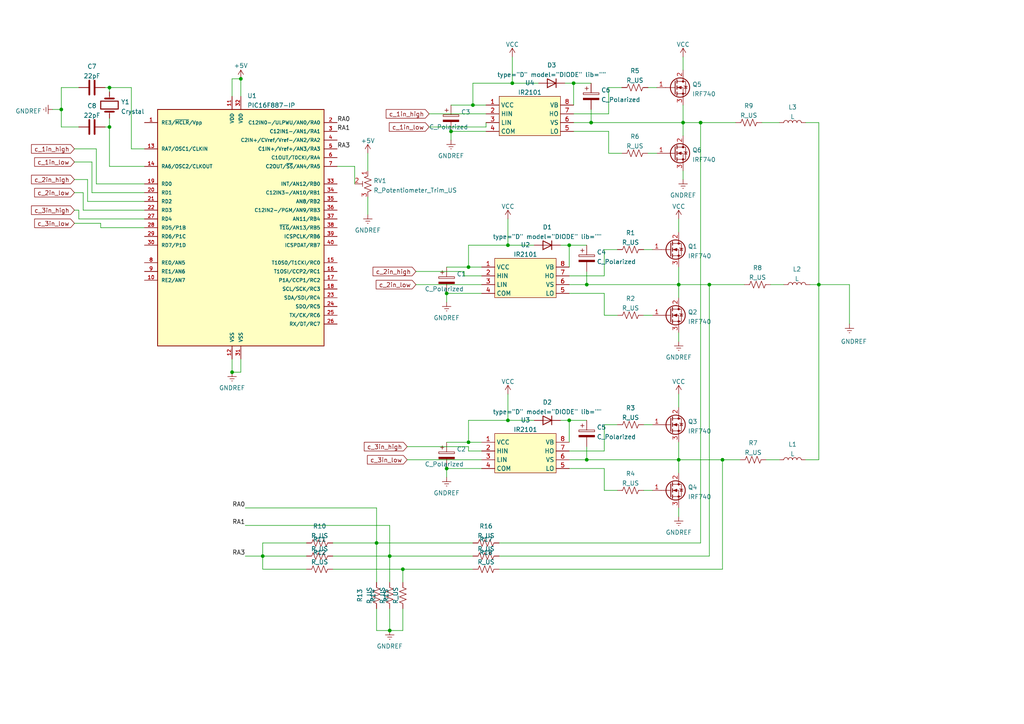
<source format=kicad_sch>
(kicad_sch (version 20211123) (generator eeschema)
  (paper "A4")
  (lib_symbols
    (symbol "Device:C" (pin_numbers hide) (pin_names (offset 0.254))
      (property "Reference" "C" (at 0.635 2.54 0))
      (property "Value" "C" (at 0.635 -2.54 0))
      (symbol "C_0_1"
        (polyline (pts (xy -2.032 -0.762) (xy 2.032 -0.762)) (stroke (width 0.508)))
        (polyline (pts (xy -2.032 0.762) (xy 2.032 0.762)) (stroke (width 0.508)))
      )
      (symbol "C_1_1"
        (pin passive line (at 0 3.81 270) (length 2.794) (name "~") (number "1"))
        (pin passive line (at 0 -3.81 90) (length 2.794) (name "~") (number "2"))
      )
    )
    (symbol "Device:C_Polarized" (pin_numbers hide) (pin_names (offset 0.254))
      (property "Reference" "C" (at 0.635 2.54 0))
      (property "Value" "C_Polarized" (at 0.635 -2.54 0))
      (symbol "C_Polarized_0_1"
        (rectangle (start -2.286 0.508) (end 2.286 1.016))
        (polyline (pts (xy -1.778 2.286) (xy -0.762 2.286)))
        (polyline (pts (xy -1.27 2.794) (xy -1.27 1.778)))
        (rectangle (start 2.286 -0.508) (end -2.286 -1.016) (fill (type outline)))
      )
      (symbol "C_Polarized_1_1"
        (pin passive line (at 0 3.81 270) (length 2.794) (name "~") (number "1"))
        (pin passive line (at 0 -3.81 90) (length 2.794) (name "~") (number "2"))
      )
    )
    (symbol "Device:Crystal" (pin_numbers hide) (pin_names (offset 1.016) hide)
      (property "Reference" "Y" (at 0 3.81 0))
      (property "Value" "Crystal" (at 0 -3.81 0))
      (symbol "Crystal_0_1"
        (rectangle (start -1.143 2.54) (end 1.143 -2.54) (stroke (width 0.3048)))
        (polyline (pts (xy -2.54 0) (xy -1.905 0)))
        (polyline (pts (xy -1.905 -1.27) (xy -1.905 1.27)) (stroke (width 0.508)))
        (polyline (pts (xy 1.905 -1.27) (xy 1.905 1.27)) (stroke (width 0.508)))
        (polyline (pts (xy 2.54 0) (xy 1.905 0)))
      )
      (symbol "Crystal_1_1"
        (pin passive line (at -3.81 0 0) (length 1.27) (name "1") (number "1"))
        (pin passive line (at 3.81 0 180) (length 1.27) (name "2") (number "2"))
      )
    )
    (symbol "Device:L" (pin_numbers hide) (pin_names (offset 1.016) hide)
      (property "Reference" "L" (at -1.27 0 90))
      (property "Value" "L" (at 1.905 0 90))
      (symbol "L_0_1"
        (arc (start 0 -2.54) (mid 0.635 -1.905) (end 0 -1.27))
        (arc (start 0 -1.27) (mid 0.635 -0.635) (end 0 0))
        (arc (start 0 0) (mid 0.635 0.635) (end 0 1.27))
        (arc (start 0 1.27) (mid 0.635 1.905) (end 0 2.54))
      )
      (symbol "L_1_1"
        (pin passive line (at 0 3.81 270) (length 1.27) (name "1") (number "1"))
        (pin passive line (at 0 -3.81 90) (length 1.27) (name "2") (number "2"))
      )
    )
    (symbol "Device:R_Potentiometer_Trim_US" (pin_names (offset 1.016) hide)
      (property "Reference" "RV" (at -4.445 0 90))
      (property "Value" "R_Potentiometer_Trim_US" (at -2.54 0 90))
      (symbol "R_Potentiometer_Trim_US_0_1"
        (polyline (pts (xy 0 -2.286) (xy 0 -2.54)))
        (polyline (pts (xy 0 2.286) (xy 0 2.54)))
        (polyline (pts (xy 1.524 0.762) (xy 1.524 -0.762)))
        (polyline (pts (xy 2.54 0) (xy 1.524 0)))
        (polyline (pts (xy 0 -0.762) (xy 1.016 -1.143) (xy 0 -1.524) (xy -1.016 -1.905) (xy 0 -2.286)))
        (polyline (pts (xy 0 0.762) (xy 1.016 0.381) (xy 0 0) (xy -1.016 -0.381) (xy 0 -0.762)))
        (polyline (pts (xy 0 2.286) (xy 1.016 1.905) (xy 0 1.524) (xy -1.016 1.143) (xy 0 0.762)))
      )
      (symbol "R_Potentiometer_Trim_US_1_1"
        (pin passive line (at 0 3.81 270) (length 1.27) (name "1") (number "1"))
        (pin passive line (at 3.81 0 180) (length 1.27) (name "2") (number "2"))
        (pin passive line (at 0 -3.81 90) (length 1.27) (name "3") (number "3"))
      )
    )
    (symbol "Device:R_US" (pin_numbers hide) (pin_names (offset 0))
      (property "Reference" "R" (at 2.54 0 90))
      (property "Value" "R_US" (at -2.54 0 90))
      (symbol "R_US_0_1"
        (polyline (pts (xy 0 -2.286) (xy 0 -2.54)))
        (polyline (pts (xy 0 2.286) (xy 0 2.54)))
        (polyline (pts (xy 0 -0.762) (xy 1.016 -1.143) (xy 0 -1.524) (xy -1.016 -1.905) (xy 0 -2.286)))
        (polyline (pts (xy 0 0.762) (xy 1.016 0.381) (xy 0 0) (xy -1.016 -0.381) (xy 0 -0.762)))
        (polyline (pts (xy 0 2.286) (xy 1.016 1.905) (xy 0 1.524) (xy -1.016 1.143) (xy 0 0.762)))
      )
      (symbol "R_US_1_1"
        (pin passive line (at 0 3.81 270) (length 1.27) (name "~") (number "1"))
        (pin passive line (at 0 -3.81 90) (length 1.27) (name "~") (number "2"))
      )
    )
    (symbol "IR2101_1"
      (property "Reference" "U" (at 11.43 13.97 0))
      (property "Value" "IR2101_1" (at 2.54 0 0))
      (symbol "IR2101_1_0_0"
        (pin input line (at -5.08 2.54 0) (length 3.81) (name "COM") (number "4"))
        (pin input line (at 20.32 2.54 180) (length 3.81) (name "LO") (number "5"))
      )
      (symbol "IR2101_1_0_1"
        (rectangle (start -1.27 12.7) (end 16.51 1.27) (stroke (width 0.1524)) (fill (type background)))
      )
      (symbol "IR2101_1_1_1"
        (pin power_in line (at -5.08 10.16 0) (length 3.81) (name "VCC") (number "1"))
        (pin input line (at -5.08 7.62 0) (length 3.81) (name "HIN") (number "2"))
        (pin input line (at -5.08 5.08 0) (length 3.81) (name "LIN") (number "3"))
        (pin input line (at 20.32 5.08 180) (length 3.81) (name "VS") (number "6"))
        (pin input line (at 20.32 7.62 180) (length 3.81) (name "HO") (number "7"))
        (pin output line (at 20.32 10.16 180) (length 3.81) (name "VB") (number "8"))
      )
    )
    (symbol "MCU_Microchip_PIC16:PIC16F887-IP" (pin_names (offset 1.016))
      (property "Reference" "U" (at 6.35 38.1 0))
      (property "Value" "PIC16F887-IP" (at 6.35 35.56 0))
      (symbol "PIC16F887-IP_0_1"
        (rectangle (start -24.13 -34.29) (end 24.13 34.29) (stroke (width 0.254)) (fill (type background)))
      )
      (symbol "PIC16F887-IP_1_1"
        (pin input line (at -27.94 30.48 0) (length 3.81) (name "RE3/~{MCLR}/Vpp") (number "1"))
        (pin bidirectional line (at -27.94 -15.24 0) (length 3.81) (name "RE2/AN7") (number "10"))
        (pin power_in line (at -2.54 38.1 270) (length 3.81) (name "VDD") (number "11"))
        (pin power_in line (at -2.54 -38.1 90) (length 3.81) (name "VSS") (number "12"))
        (pin bidirectional line (at -27.94 22.86 0) (length 3.81) (name "RA7/OSC1/CLKIN") (number "13"))
        (pin bidirectional line (at -27.94 17.78 0) (length 3.81) (name "RA6/OSC2/CLKOUT") (number "14"))
        (pin bidirectional line (at 27.94 -10.16 180) (length 3.81) (name "T10S0/T1CKI/RC0") (number "15"))
        (pin bidirectional line (at 27.94 -12.7 180) (length 3.81) (name "T1OSI/CCP2/RC1") (number "16"))
        (pin bidirectional line (at 27.94 -15.24 180) (length 3.81) (name "P1A/CCP1/RC2") (number "17"))
        (pin bidirectional line (at 27.94 -17.78 180) (length 3.81) (name "SCL/SCK/RC3") (number "18"))
        (pin bidirectional line (at -27.94 12.7 0) (length 3.81) (name "RD0") (number "19"))
        (pin bidirectional line (at 27.94 30.48 180) (length 3.81) (name "C12IN0-/ULPWU/AN0/RA0") (number "2"))
        (pin bidirectional line (at -27.94 10.16 0) (length 3.81) (name "RD1") (number "20"))
        (pin bidirectional line (at -27.94 7.62 0) (length 3.81) (name "RD2") (number "21"))
        (pin bidirectional line (at -27.94 5.08 0) (length 3.81) (name "RD3") (number "22"))
        (pin bidirectional line (at 27.94 -20.32 180) (length 3.81) (name "SDA/SDI/RC4") (number "23"))
        (pin bidirectional line (at 27.94 -22.86 180) (length 3.81) (name "SDO/RC5") (number "24"))
        (pin bidirectional line (at 27.94 -25.4 180) (length 3.81) (name "TX/CK/RC6") (number "25"))
        (pin bidirectional line (at 27.94 -27.94 180) (length 3.81) (name "RX/DT/RC7") (number "26"))
        (pin bidirectional line (at -27.94 2.54 0) (length 3.81) (name "RD4") (number "27"))
        (pin bidirectional line (at -27.94 0 0) (length 3.81) (name "RD5/P1B") (number "28"))
        (pin bidirectional line (at -27.94 -2.54 0) (length 3.81) (name "RD6/P1C") (number "29"))
        (pin bidirectional line (at 27.94 27.94 180) (length 3.81) (name "C12IN1-/AN1/RA1") (number "3"))
        (pin bidirectional line (at -27.94 -5.08 0) (length 3.81) (name "RD7/P1D") (number "30"))
        (pin power_in line (at 0 -38.1 90) (length 3.81) (name "VSS") (number "31"))
        (pin power_in line (at 0 38.1 270) (length 3.81) (name "VDD") (number "32"))
        (pin bidirectional line (at 27.94 12.7 180) (length 3.81) (name "INT/AN12/RB0") (number "33"))
        (pin bidirectional line (at 27.94 10.16 180) (length 3.81) (name "C12IN3-/AN10/RB1") (number "34"))
        (pin bidirectional line (at 27.94 7.62 180) (length 3.81) (name "AN8/RB2") (number "35"))
        (pin bidirectional line (at 27.94 5.08 180) (length 3.81) (name "C12IN2-/PGM/AN9/RB3") (number "36"))
        (pin bidirectional line (at 27.94 2.54 180) (length 3.81) (name "AN11/RB4") (number "37"))
        (pin bidirectional line (at 27.94 0 180) (length 3.81) (name "~{T1G}/AN13/RB5") (number "38"))
        (pin bidirectional line (at 27.94 -2.54 180) (length 3.81) (name "ICSPCLK/RB6") (number "39"))
        (pin bidirectional line (at 27.94 25.4 180) (length 3.81) (name "C2IN+/CVref/Vref-/AN2/RA2") (number "4"))
        (pin bidirectional line (at 27.94 -5.08 180) (length 3.81) (name "ICSPDAT/RB7") (number "40"))
        (pin bidirectional line (at 27.94 22.86 180) (length 3.81) (name "C1IN+/Vref+/AN3/RA3") (number "5"))
        (pin bidirectional line (at 27.94 20.32 180) (length 3.81) (name "C1OUT/T0CKI/RA4") (number "6"))
        (pin bidirectional line (at 27.94 17.78 180) (length 3.81) (name "C2OUT/~{SS}/AN4/RA5") (number "7"))
        (pin bidirectional line (at -27.94 -10.16 0) (length 3.81) (name "RE0/AN5") (number "8"))
        (pin bidirectional line (at -27.94 -12.7 0) (length 3.81) (name "RE1/AN6") (number "9"))
      )
    )
    (symbol "Simulation_SPICE:DIODE" (pin_numbers hide) (pin_names (offset 1.016) hide)
      (property "Reference" "D" (at 0 2.54 0))
      (property "Value" "DIODE" (at 0 -2.54 0))
      (symbol "DIODE_0_1"
        (polyline (pts (xy 1.27 0) (xy -1.27 0)))
        (polyline (pts (xy 1.27 1.27) (xy 1.27 -1.27)) (stroke (width 0.254)))
        (polyline (pts (xy -1.27 -1.27) (xy -1.27 1.27) (xy 1.27 0) (xy -1.27 -1.27)) (stroke (width 0.254)))
      )
      (symbol "DIODE_1_1"
        (pin passive line (at -3.81 0 0) (length 2.54) (name "A") (number "1"))
        (pin passive line (at 3.81 0 180) (length 2.54) (name "K") (number "2"))
      )
    )
    (symbol "Transistor_FET:IRF740" (pin_names hide)
      (property "Reference" "Q" (at 6.35 1.905 0))
      (property "Value" "IRF740" (at 6.35 0 0))
      (symbol "IRF740_0_1"
        (polyline (pts (xy 0.254 0) (xy -2.54 0)))
        (polyline (pts (xy 0.254 1.905) (xy 0.254 -1.905)) (stroke (width 0.254)))
        (polyline (pts (xy 0.762 -1.27) (xy 0.762 -2.286)) (stroke (width 0.254)))
        (polyline (pts (xy 0.762 0.508) (xy 0.762 -0.508)) (stroke (width 0.254)))
        (polyline (pts (xy 0.762 2.286) (xy 0.762 1.27)) (stroke (width 0.254)))
        (polyline (pts (xy 2.54 2.54) (xy 2.54 1.778)))
        (polyline (pts (xy 2.54 -2.54) (xy 2.54 0) (xy 0.762 0)))
        (polyline (pts (xy 0.762 -1.778) (xy 3.302 -1.778) (xy 3.302 1.778) (xy 0.762 1.778)))
        (polyline (pts (xy 1.016 0) (xy 2.032 0.381) (xy 2.032 -0.381) (xy 1.016 0)) (fill (type outline)))
        (polyline (pts (xy 2.794 0.508) (xy 2.921 0.381) (xy 3.683 0.381) (xy 3.81 0.254)))
        (polyline (pts (xy 3.302 0.381) (xy 2.921 -0.254) (xy 3.683 -0.254) (xy 3.302 0.381)))
        (circle (center 1.651 0) (radius 2.794) (stroke (width 0.254)))
        (circle (center 2.54 -1.778) (radius 0.254) (fill (type outline)))
        (circle (center 2.54 1.778) (radius 0.254) (fill (type outline)))
      )
      (symbol "IRF740_1_1"
        (pin input line (at -5.08 0 0) (length 2.54) (name "G") (number "1"))
        (pin passive line (at 2.54 5.08 270) (length 2.54) (name "D") (number "2"))
        (pin passive line (at 2.54 -5.08 90) (length 2.54) (name "S") (number "3"))
      )
    )
    (symbol "power:+5V" (power) (pin_names (offset 0))
      (property "Value" "+5V" (at 0 3.556 0))
      (symbol "+5V_0_1"
        (polyline (pts (xy -0.762 1.27) (xy 0 2.54)))
        (polyline (pts (xy 0 0) (xy 0 2.54)))
        (polyline (pts (xy 0 2.54) (xy 0.762 1.27)))
      )
      (symbol "+5V_1_1"
        (pin power_in line (at 0 0 90) (length 0) hide (name "+5V") (number "1"))
      )
    )
    (symbol "power:GNDREF" (power) (pin_names (offset 0))
      (property "Value" "GNDREF" (at 0 -3.81 0))
      (symbol "GNDREF_0_1"
        (polyline (pts (xy -0.635 -1.905) (xy 0.635 -1.905)))
        (polyline (pts (xy -0.127 -2.54) (xy 0.127 -2.54)))
        (polyline (pts (xy 0 -1.27) (xy 0 0)))
        (polyline (pts (xy 1.27 -1.27) (xy -1.27 -1.27)))
      )
      (symbol "GNDREF_1_1"
        (pin power_in line (at 0 0 270) (length 0) hide (name "GNDREF") (number "1"))
      )
    )
    (symbol "power:VCC" (power) (pin_names (offset 0))
      (property "Value" "VCC" (at 0 3.81 0))
      (symbol "VCC_0_1"
        (polyline (pts (xy -0.762 1.27) (xy 0 2.54)))
        (polyline (pts (xy 0 0) (xy 0 2.54)))
        (polyline (pts (xy 0 2.54) (xy 0.762 1.27)))
      )
      (symbol "VCC_1_1"
        (pin power_in line (at 0 0 90) (length 0) hide (name "VCC") (number "1"))
      )
    )
  )
  (junction (at 135.89 128.27))
  (junction (at 165.1 71.12))
  (junction (at 147.32 71.12))
  (junction (at 203.2 35.56))
  (junction (at 166.37 24.13))
  (junction (at 67.31 107.95))
  (junction (at 113.03 161.29))
  (junction (at 171.45 35.56))
  (junction (at 209.55 133.35))
  (junction (at 137.16 30.48))
  (junction (at 170.18 133.35))
  (junction (at 205.74 82.55))
  (junction (at 109.22 157.48))
  (junction (at 237.49 82.55))
  (junction (at 31.75 36.83))
  (junction (at 147.32 121.92))
  (junction (at 31.75 25.4))
  (junction (at 148.59 24.13))
  (junction (at 130.81 38.1))
  (junction (at 165.1 121.92))
  (junction (at 129.54 135.89))
  (junction (at 196.85 82.55))
  (junction (at 69.85 22.86))
  (junction (at 113.03 182.88))
  (junction (at 196.85 133.35))
  (junction (at 76.2 161.29))
  (junction (at 135.89 77.47))
  (junction (at 198.12 35.56))
  (junction (at 17.78 31.75))
  (junction (at 129.54 85.09))
  (junction (at 116.84 165.1))
  (junction (at 170.18 82.55))
  (wire (pts (xy 198.12 35.56) (xy 198.12 39.37)))
  (wire (pts (xy 198.12 30.48) (xy 198.12 35.56)))
  (wire (pts (xy 120.65 78.74) (xy 134.62 78.74)))
  (wire (pts (xy 170.18 78.74) (xy 170.18 82.55)))
  (wire (pts (xy 38.1 43.18) (xy 38.1 25.4)))
  (wire (pts (xy 170.18 82.55) (xy 165.1 82.55)))
  (wire (pts (xy 31.75 25.4) (xy 31.75 26.67)))
  (wire (pts (xy 186.69 91.44) (xy 189.23 91.44)))
  (wire (pts (xy 130.81 38.1) (xy 130.81 40.64)))
  (wire (pts (xy 124.46 36.83) (xy 140.97 36.83)))
  (wire (pts (xy 165.1 85.09) (xy 175.26 85.09)))
  (wire (pts (xy 147.32 71.12) (xy 135.89 71.12)))
  (wire (pts (xy 96.52 157.48) (xy 109.22 157.48)))
  (wire (pts (xy 31.75 48.26) (xy 31.75 36.83)))
  (wire (pts (xy 31.75 34.29) (xy 31.75 36.83)))
  (wire (pts (xy 170.18 133.35) (xy 196.85 133.35)))
  (wire (pts (xy 196.85 147.32) (xy 196.85 149.86)))
  (wire (pts (xy 165.1 135.89) (xy 175.26 135.89)))
  (wire (pts (xy 106.68 44.45) (xy 106.68 49.53)))
  (wire (pts (xy 147.32 121.92) (xy 135.89 121.92)))
  (wire (pts (xy 129.54 85.09) (xy 129.54 87.63)))
  (wire (pts (xy 165.1 80.01) (xy 175.26 80.01)))
  (wire (pts (xy 116.84 165.1) (xy 137.16 165.1)))
  (wire (pts (xy 175.26 123.19) (xy 175.26 130.81)))
  (wire (pts (xy 69.85 107.95) (xy 69.85 104.14)))
  (wire (pts (xy 22.86 63.5) (xy 41.91 63.5)))
  (wire (pts (xy 147.32 114.3) (xy 147.32 121.92)))
  (wire (pts (xy 144.78 161.29) (xy 205.74 161.29)))
  (wire (pts (xy 41.91 43.18) (xy 38.1 43.18)))
  (wire (pts (xy 129.54 77.47) (xy 135.89 77.47)))
  (wire (pts (xy 135.89 121.92) (xy 135.89 128.27)))
  (wire (pts (xy 106.68 57.15) (xy 106.68 62.23)))
  (wire (pts (xy 109.22 157.48) (xy 109.22 168.91)))
  (wire (pts (xy 140.97 35.56) (xy 140.97 36.83)))
  (wire (pts (xy 170.18 129.54) (xy 170.18 133.35)))
  (wire (pts (xy 135.89 77.47) (xy 139.7 77.47)))
  (wire (pts (xy 109.22 182.88) (xy 113.03 182.88)))
  (wire (pts (xy 25.4 52.07) (xy 25.4 58.42)))
  (wire (pts (xy 147.32 63.5) (xy 147.32 71.12)))
  (wire (pts (xy 116.84 165.1) (xy 116.84 168.91)))
  (wire (pts (xy 209.55 133.35) (xy 209.55 165.1)))
  (wire (pts (xy 130.81 30.48) (xy 137.16 30.48)))
  (wire (pts (xy 154.94 71.12) (xy 147.32 71.12)))
  (wire (pts (xy 102.87 48.26) (xy 97.79 48.26)))
  (wire (pts (xy 21.59 46.99) (xy 26.67 46.99)))
  (wire (pts (xy 171.45 35.56) (xy 166.37 35.56)))
  (wire (pts (xy 175.26 123.19) (xy 179.07 123.19)))
  (wire (pts (xy 109.22 176.53) (xy 109.22 182.88)))
  (wire (pts (xy 96.52 161.29) (xy 113.03 161.29)))
  (wire (pts (xy 67.31 27.94) (xy 67.31 22.86)))
  (wire (pts (xy 205.74 82.55) (xy 205.74 161.29)))
  (wire (pts (xy 67.31 22.86) (xy 69.85 22.86)))
  (wire (pts (xy 116.84 182.88) (xy 116.84 176.53)))
  (wire (pts (xy 196.85 96.52) (xy 196.85 99.06)))
  (wire (pts (xy 144.78 165.1) (xy 209.55 165.1)))
  (wire (pts (xy 118.11 133.35) (xy 139.7 133.35)))
  (wire (pts (xy 22.86 25.4) (xy 17.78 25.4)))
  (wire (pts (xy 175.26 85.09) (xy 175.26 91.44)))
  (wire (pts (xy 234.95 82.55) (xy 237.49 82.55)))
  (wire (pts (xy 137.16 30.48) (xy 140.97 30.48)))
  (wire (pts (xy 21.59 52.07) (xy 25.4 52.07)))
  (wire (pts (xy 129.54 135.89) (xy 129.54 138.43)))
  (wire (pts (xy 170.18 82.55) (xy 196.85 82.55)))
  (wire (pts (xy 134.62 78.74) (xy 134.62 80.01)))
  (wire (pts (xy 165.1 130.81) (xy 175.26 130.81)))
  (wire (pts (xy 113.03 161.29) (xy 137.16 161.29)))
  (wire (pts (xy 76.2 165.1) (xy 76.2 161.29)))
  (wire (pts (xy 24.13 55.88) (xy 24.13 60.96)))
  (wire (pts (xy 88.9 157.48) (xy 76.2 157.48)))
  (wire (pts (xy 76.2 157.48) (xy 76.2 161.29)))
  (wire (pts (xy 129.54 85.09) (xy 139.7 85.09)))
  (wire (pts (xy 237.49 35.56) (xy 237.49 82.55)))
  (wire (pts (xy 69.85 27.94) (xy 69.85 22.86)))
  (wire (pts (xy 26.67 46.99) (xy 26.67 55.88)))
  (wire (pts (xy 135.89 128.27) (xy 139.7 128.27)))
  (wire (pts (xy 129.54 135.89) (xy 139.7 135.89)))
  (wire (pts (xy 41.91 48.26) (xy 31.75 48.26)))
  (wire (pts (xy 196.85 114.3) (xy 196.85 118.11)))
  (wire (pts (xy 196.85 128.27) (xy 196.85 133.35)))
  (wire (pts (xy 118.11 129.54) (xy 135.89 129.54)))
  (wire (pts (xy 137.16 24.13) (xy 137.16 30.48)))
  (wire (pts (xy 15.24 31.75) (xy 17.78 31.75)))
  (wire (pts (xy 130.81 38.1) (xy 140.97 38.1)))
  (wire (pts (xy 171.45 35.56) (xy 198.12 35.56)))
  (wire (pts (xy 176.53 25.4) (xy 180.34 25.4)))
  (wire (pts (xy 186.69 142.24) (xy 189.23 142.24)))
  (wire (pts (xy 71.12 147.32) (xy 109.22 147.32)))
  (wire (pts (xy 220.98 35.56) (xy 226.06 35.56)))
  (wire (pts (xy 67.31 107.95) (xy 67.31 104.14)))
  (wire (pts (xy 17.78 25.4) (xy 17.78 31.75)))
  (wire (pts (xy 109.22 147.32) (xy 109.22 157.48)))
  (wire (pts (xy 71.12 161.29) (xy 76.2 161.29)))
  (wire (pts (xy 30.48 25.4) (xy 31.75 25.4)))
  (wire (pts (xy 144.78 157.48) (xy 203.2 157.48)))
  (wire (pts (xy 165.1 71.12) (xy 165.1 77.47)))
  (wire (pts (xy 233.68 133.35) (xy 237.49 133.35)))
  (wire (pts (xy 198.12 35.56) (xy 203.2 35.56)))
  (wire (pts (xy 21.59 43.18) (xy 27.94 43.18)))
  (wire (pts (xy 187.96 44.45) (xy 190.5 44.45)))
  (wire (pts (xy 196.85 133.35) (xy 209.55 133.35)))
  (wire (pts (xy 129.54 128.27) (xy 135.89 128.27)))
  (wire (pts (xy 203.2 35.56) (xy 213.36 35.56)))
  (wire (pts (xy 31.75 36.83) (xy 30.48 36.83)))
  (wire (pts (xy 21.59 60.96) (xy 22.86 60.96)))
  (wire (pts (xy 209.55 133.35) (xy 214.63 133.35)))
  (wire (pts (xy 196.85 133.35) (xy 196.85 137.16)))
  (wire (pts (xy 120.65 82.55) (xy 139.7 82.55)))
  (wire (pts (xy 163.83 24.13) (xy 166.37 24.13)))
  (wire (pts (xy 124.46 33.02) (xy 140.97 33.02)))
  (wire (pts (xy 205.74 82.55) (xy 215.9 82.55)))
  (wire (pts (xy 186.69 72.39) (xy 189.23 72.39)))
  (wire (pts (xy 96.52 165.1) (xy 116.84 165.1)))
  (wire (pts (xy 170.18 133.35) (xy 165.1 133.35)))
  (wire (pts (xy 148.59 16.51) (xy 148.59 24.13)))
  (wire (pts (xy 166.37 38.1) (xy 176.53 38.1)))
  (wire (pts (xy 246.38 82.55) (xy 246.38 93.98)))
  (wire (pts (xy 165.1 121.92) (xy 165.1 128.27)))
  (wire (pts (xy 27.94 43.18) (xy 27.94 53.34)))
  (wire (pts (xy 135.89 129.54) (xy 135.89 130.81)))
  (wire (pts (xy 175.26 91.44) (xy 179.07 91.44)))
  (wire (pts (xy 237.49 133.35) (xy 237.49 82.55)))
  (wire (pts (xy 186.69 123.19) (xy 189.23 123.19)))
  (wire (pts (xy 198.12 16.51) (xy 198.12 20.32)))
  (wire (pts (xy 22.86 60.96) (xy 22.86 63.5)))
  (wire (pts (xy 135.89 130.81) (xy 139.7 130.81)))
  (wire (pts (xy 76.2 161.29) (xy 88.9 161.29)))
  (wire (pts (xy 175.26 72.39) (xy 179.07 72.39)))
  (wire (pts (xy 148.59 24.13) (xy 137.16 24.13)))
  (wire (pts (xy 113.03 152.4) (xy 113.03 161.29)))
  (wire (pts (xy 175.26 142.24) (xy 179.07 142.24)))
  (wire (pts (xy 29.21 64.77) (xy 29.21 66.04)))
  (wire (pts (xy 233.68 35.56) (xy 237.49 35.56)))
  (wire (pts (xy 88.9 165.1) (xy 76.2 165.1)))
  (wire (pts (xy 162.56 121.92) (xy 165.1 121.92)))
  (wire (pts (xy 25.4 58.42) (xy 41.91 58.42)))
  (wire (pts (xy 166.37 24.13) (xy 166.37 30.48)))
  (wire (pts (xy 196.85 82.55) (xy 205.74 82.55)))
  (wire (pts (xy 113.03 182.88) (xy 116.84 182.88)))
  (wire (pts (xy 67.31 107.95) (xy 69.85 107.95)))
  (wire (pts (xy 175.26 72.39) (xy 175.26 80.01)))
  (wire (pts (xy 162.56 71.12) (xy 165.1 71.12)))
  (wire (pts (xy 26.67 55.88) (xy 41.91 55.88)))
  (wire (pts (xy 17.78 36.83) (xy 22.86 36.83)))
  (wire (pts (xy 21.59 64.77) (xy 29.21 64.77)))
  (wire (pts (xy 176.53 25.4) (xy 176.53 33.02)))
  (wire (pts (xy 187.96 25.4) (xy 190.5 25.4)))
  (wire (pts (xy 27.94 53.34) (xy 41.91 53.34)))
  (wire (pts (xy 165.1 71.12) (xy 170.18 71.12)))
  (wire (pts (xy 134.62 80.01) (xy 139.7 80.01)))
  (wire (pts (xy 24.13 60.96) (xy 41.91 60.96)))
  (wire (pts (xy 176.53 38.1) (xy 176.53 44.45)))
  (wire (pts (xy 71.12 152.4) (xy 113.03 152.4)))
  (wire (pts (xy 196.85 77.47) (xy 196.85 82.55)))
  (wire (pts (xy 154.94 121.92) (xy 147.32 121.92)))
  (wire (pts (xy 156.21 24.13) (xy 148.59 24.13)))
  (wire (pts (xy 113.03 161.29) (xy 113.03 168.91)))
  (wire (pts (xy 135.89 71.12) (xy 135.89 77.47)))
  (wire (pts (xy 222.25 133.35) (xy 226.06 133.35)))
  (wire (pts (xy 102.87 53.34) (xy 102.87 48.26)))
  (wire (pts (xy 109.22 157.48) (xy 137.16 157.48)))
  (wire (pts (xy 246.38 82.55) (xy 237.49 82.55)))
  (wire (pts (xy 175.26 135.89) (xy 175.26 142.24)))
  (wire (pts (xy 176.53 44.45) (xy 180.34 44.45)))
  (wire (pts (xy 113.03 176.53) (xy 113.03 182.88)))
  (wire (pts (xy 38.1 25.4) (xy 31.75 25.4)))
  (wire (pts (xy 21.59 55.88) (xy 24.13 55.88)))
  (wire (pts (xy 223.52 82.55) (xy 227.33 82.55)))
  (wire (pts (xy 171.45 31.75) (xy 171.45 35.56)))
  (wire (pts (xy 17.78 31.75) (xy 17.78 36.83)))
  (wire (pts (xy 29.21 66.04) (xy 41.91 66.04)))
  (wire (pts (xy 198.12 49.53) (xy 198.12 52.07)))
  (wire (pts (xy 166.37 33.02) (xy 176.53 33.02)))
  (wire (pts (xy 165.1 121.92) (xy 170.18 121.92)))
  (wire (pts (xy 196.85 63.5) (xy 196.85 67.31)))
  (wire (pts (xy 196.85 82.55) (xy 196.85 86.36)))
  (wire (pts (xy 203.2 35.56) (xy 203.2 157.48)))
  (wire (pts (xy 166.37 24.13) (xy 171.45 24.13)))
  (label "RA3" (at 97.79 43.18 0))
  (label "RA1" (at 71.12 152.4 180))
  (label "RA3" (at 71.12 161.29 180))
  (label "RA0" (at 71.12 147.32 180))
  (label "RA0" (at 97.79 35.56 0))
  (label "RA1" (at 97.79 38.1 0))
  (global_label "c_1in_high" (shape input) (at 124.46 33.02 180) (property "Intersheet References" "${INTERSHEET_REFS}" (effects hide)))
  (global_label "c_3in_high" (shape input) (at 118.11 129.54 180) (property "Intersheet References" "${INTERSHEET_REFS}" (effects hide)))
  (global_label "c_2in_high" (shape input) (at 21.59 52.07 180) (property "Intersheet References" "${INTERSHEET_REFS}" (effects hide)))
  (global_label "c_2in_high" (shape input) (at 120.65 78.74 180) (property "Intersheet References" "${INTERSHEET_REFS}" (effects hide)))
  (global_label "c_3in_low" (shape input) (at 21.59 64.77 180) (property "Intersheet References" "${INTERSHEET_REFS}" (effects hide)))
  (global_label "c_1in_high" (shape input) (at 21.59 43.18 180) (property "Intersheet References" "${INTERSHEET_REFS}" (effects hide)))
  (global_label "c_3in_low" (shape input) (at 118.11 133.35 180) (property "Intersheet References" "${INTERSHEET_REFS}" (effects hide)))
  (global_label "c_2in_low" (shape input) (at 120.65 82.55 180) (property "Intersheet References" "${INTERSHEET_REFS}" (effects hide)))
  (global_label "c_2in_low" (shape input) (at 21.59 55.88 180) (property "Intersheet References" "${INTERSHEET_REFS}" (effects hide)))
  (global_label "c_3in_high" (shape input) (at 21.59 60.96 180) (property "Intersheet References" "${INTERSHEET_REFS}" (effects hide)))
  (global_label "c_1in_low" (shape input) (at 21.59 46.99 180) (property "Intersheet References" "${INTERSHEET_REFS}" (effects hide)))
  (global_label "c_1in_low" (shape input) (at 124.46 36.83 180) (property "Intersheet References" "${INTERSHEET_REFS}" (effects hide)))
  (symbol (lib_id "Device:Crystal") (at 31.75 30.48 90) (unit 1)
    (property "Reference" "Y1" (at 35.0774 29.5715 90) (effects (justify right)))
    (property "Value" "Crystal" (at 35.0774 32.3466 90) (effects (justify right)))
  )
  (symbol (lib_name "IR2101_1") (lib_id "mylib:IR2101") (at 146.05 40.64 0) (unit 1)
    (property "Reference" "U4" (at 153.67 24.0243 0))
    (property "Value" "IR2101" (at 153.67 26.7994 0))
  )
  (symbol (lib_id "power:GNDREF") (at 196.85 99.06 0) (unit 1)
    (property "Reference" "#PWR08" (effects hide))
    (property "Value" "GNDREF" (at 196.85 103.6225 0))
  )
  (symbol (lib_id "Transistor_FET:IRF740") (at 194.31 91.44 0) (unit 1)
    (property "Reference" "Q2" (at 199.517 90.5315 0) (effects (justify left)))
    (property "Value" "IRF740" (at 199.517 93.3066 0) (effects (justify left)))
    (property "Footprint" "Package_TO_SOT_THT:TO-220-3_Vertical" (effects hide))
    (property "Datasheet" "http://www.vishay.com/docs/91054/91054.pdf" (effects hide))
  )
  (symbol (lib_id "Device:R_US") (at 140.97 161.29 90) (unit 1)
    (property "Reference" "R17" (at 140.97 156.4345 90))
    (property "Value" "R_US" (at 140.97 159.2096 90))
  )
  (symbol (lib_id "power:+5V") (at 106.68 44.45 0) (mirror y) (unit 1)
    (property "Reference" "#PWR017" (effects hide))
    (property "Value" "+5V" (at 106.68 40.8455 0))
  )
  (symbol (lib_name "IR2101_1") (lib_id "mylib:IR2101") (at 144.78 138.43 0) (unit 1)
    (property "Reference" "U3" (at 152.4 121.8143 0))
    (property "Value" "IR2101" (at 152.4 124.5894 0))
  )
  (symbol (lib_id "power:VCC") (at 198.12 16.51 0) (unit 1)
    (property "Reference" "#PWR011" (effects hide))
    (property "Value" "VCC" (at 198.12 12.9055 0))
  )
  (symbol (lib_id "Device:R_US") (at 219.71 82.55 90) (unit 1)
    (property "Reference" "R8" (at 219.71 77.6945 90))
    (property "Value" "R_US" (at 219.71 80.4696 90))
  )
  (symbol (lib_id "Device:C") (at 26.67 25.4 90) (unit 1)
    (property "Reference" "C7" (at 26.67 19.2745 90))
    (property "Value" "22pF" (at 26.67 22.0496 90))
  )
  (symbol (lib_id "power:GNDREF") (at 113.03 182.88 0) (unit 1)
    (property "Reference" "#PWR019" (effects hide))
    (property "Value" "GNDREF" (at 113.03 187.4425 0))
  )
  (symbol (lib_id "Simulation_SPICE:DIODE") (at 158.75 71.12 0) (unit 1)
    (property "Reference" "D1" (at 158.75 65.8835 0))
    (property "Value" "DIODE" (at 158.75 68.6586 0))
    (property "Spice_Netlist_Enabled" "Y" (effects hide))
    (property "Spice_Primitive" "D" (effects hide))
  )
  (symbol (lib_id "Simulation_SPICE:DIODE") (at 160.02 24.13 0) (unit 1)
    (property "Reference" "D3" (at 160.02 18.8935 0))
    (property "Value" "DIODE" (at 160.02 21.6686 0))
    (property "Spice_Netlist_Enabled" "Y" (effects hide))
    (property "Spice_Primitive" "D" (effects hide))
  )
  (symbol (lib_id "Device:C") (at 26.67 36.83 90) (unit 1)
    (property "Reference" "C8" (at 26.67 30.7045 90))
    (property "Value" "22pF" (at 26.67 33.4796 90))
  )
  (symbol (lib_id "power:GNDREF") (at 129.54 87.63 0) (unit 1)
    (property "Reference" "#PWR01" (effects hide))
    (property "Value" "GNDREF" (at 129.54 92.1925 0))
  )
  (symbol (lib_id "power:GNDREF") (at 246.38 93.98 0) (unit 1)
    (property "Reference" "#PWR013" (effects hide))
    (property "Value" "GNDREF" (at 247.65 99.06 0))
  )
  (symbol (lib_id "Device:R_US") (at 184.15 25.4 90) (unit 1)
    (property "Reference" "R5" (at 184.15 20.5445 90))
    (property "Value" "R_US" (at 184.15 23.3196 90))
  )
  (symbol (lib_id "Device:C_Polarized") (at 170.18 74.93 0) (unit 1)
    (property "Reference" "C4" (at 173.101 73.1325 0) (effects (justify left)))
    (property "Value" "C_Polarized" (at 173.101 75.9076 0) (effects (justify left)))
  )
  (symbol (lib_id "Device:L") (at 229.87 133.35 90) (unit 1)
    (property "Reference" "L1" (at 229.87 128.8755 90))
    (property "Value" "L" (at 229.87 131.6506 90))
  )
  (symbol (lib_id "Device:C_Polarized") (at 129.54 132.08 0) (unit 1)
    (property "Reference" "C2" (at 132.461 130.2825 0) (effects (justify left)))
    (property "Value" "C_Polarized" (at 123.19 134.62 0) (effects (justify left)))
  )
  (symbol (lib_id "Device:C_Polarized") (at 170.18 125.73 0) (unit 1)
    (property "Reference" "C5" (at 173.101 123.9325 0) (effects (justify left)))
    (property "Value" "C_Polarized" (at 173.101 126.7076 0) (effects (justify left)))
  )
  (symbol (lib_id "Transistor_FET:IRF740") (at 195.58 25.4 0) (unit 1)
    (property "Reference" "Q5" (at 200.787 24.4915 0) (effects (justify left)))
    (property "Value" "IRF740" (at 200.787 27.2666 0) (effects (justify left)))
    (property "Footprint" "Package_TO_SOT_THT:TO-220-3_Vertical" (effects hide))
    (property "Datasheet" "http://www.vishay.com/docs/91054/91054.pdf" (effects hide))
  )
  (symbol (lib_id "power:GNDREF") (at 106.68 62.23 0) (unit 1)
    (property "Reference" "#PWR018" (effects hide))
    (property "Value" "GNDREF" (at 106.68 66.7925 0))
  )
  (symbol (lib_id "power:VCC") (at 196.85 114.3 0) (unit 1)
    (property "Reference" "#PWR09" (effects hide))
    (property "Value" "VCC" (at 196.85 110.6955 0))
  )
  (symbol (lib_id "Device:L") (at 231.14 82.55 90) (unit 1)
    (property "Reference" "L2" (at 231.14 78.0755 90))
    (property "Value" "L" (at 231.14 80.8506 90))
  )
  (symbol (lib_id "Device:R_US") (at 217.17 35.56 90) (unit 1)
    (property "Reference" "R9" (at 217.17 30.7045 90))
    (property "Value" "R_US" (at 217.17 33.4796 90))
  )
  (symbol (lib_id "power:VCC") (at 147.32 114.3 0) (unit 1)
    (property "Reference" "#PWR05" (effects hide))
    (property "Value" "VCC" (at 147.32 110.6955 0))
  )
  (symbol (lib_id "Device:R_Potentiometer_Trim_US") (at 106.68 53.34 0) (mirror y) (unit 1)
    (property "Reference" "RV1" (at 108.331 52.4315 0) (effects (justify right)))
    (property "Value" "R_Potentiometer_Trim_US" (at 108.331 55.2066 0) (effects (justify right)))
  )
  (symbol (lib_id "Device:R_US") (at 92.71 165.1 90) (unit 1)
    (property "Reference" "R12" (at 92.71 160.2445 90))
    (property "Value" "R_US" (at 92.71 163.0196 90))
  )
  (symbol (lib_id "Device:R_US") (at 182.88 91.44 90) (unit 1)
    (property "Reference" "R2" (at 182.88 86.5845 90))
    (property "Value" "R_US" (at 182.88 89.3596 90))
  )
  (symbol (lib_id "power:VCC") (at 148.59 16.51 0) (unit 1)
    (property "Reference" "#PWR06" (effects hide))
    (property "Value" "VCC" (at 148.59 12.9055 0))
  )
  (symbol (lib_id "power:VCC") (at 196.85 63.5 0) (unit 1)
    (property "Reference" "#PWR07" (effects hide))
    (property "Value" "VCC" (at 196.85 59.8955 0))
  )
  (symbol (lib_name "IR2101_1") (lib_id "mylib:IR2101") (at 144.78 87.63 0) (unit 1)
    (property "Reference" "U2" (at 152.4 71.0143 0))
    (property "Value" "IR2101" (at 152.4 73.7894 0))
  )
  (symbol (lib_id "Transistor_FET:IRF740") (at 194.31 142.24 0) (unit 1)
    (property "Reference" "Q4" (at 199.517 141.3315 0) (effects (justify left)))
    (property "Value" "IRF740" (at 199.517 144.1066 0) (effects (justify left)))
    (property "Footprint" "Package_TO_SOT_THT:TO-220-3_Vertical" (effects hide))
    (property "Datasheet" "http://www.vishay.com/docs/91054/91054.pdf" (effects hide))
  )
  (symbol (lib_id "Device:R_US") (at 184.15 44.45 90) (unit 1)
    (property "Reference" "R6" (at 184.15 39.5945 90))
    (property "Value" "R_US" (at 184.15 42.3696 90))
  )
  (symbol (lib_id "power:GNDREF") (at 198.12 52.07 0) (unit 1)
    (property "Reference" "#PWR012" (effects hide))
    (property "Value" "GNDREF" (at 198.12 56.6325 0))
  )
  (symbol (lib_id "power:+5V") (at 69.85 22.86 0) (unit 1)
    (property "Reference" "#PWR016" (effects hide))
    (property "Value" "+5V" (at 69.85 19.05 0))
  )
  (symbol (lib_id "power:GNDREF") (at 129.54 138.43 0) (unit 1)
    (property "Reference" "#PWR02" (effects hide))
    (property "Value" "GNDREF" (at 129.54 142.9925 0))
  )
  (symbol (lib_id "power:GNDREF") (at 67.31 107.95 0) (unit 1)
    (property "Reference" "#PWR015" (effects hide))
    (property "Value" "GNDREF" (at 67.31 112.5125 0))
  )
  (symbol (lib_id "power:VCC") (at 147.32 63.5 0) (unit 1)
    (property "Reference" "#PWR04" (effects hide))
    (property "Value" "VCC" (at 147.32 59.8955 0))
  )
  (symbol (lib_id "Device:R_US") (at 140.97 157.48 90) (unit 1)
    (property "Reference" "R16" (at 140.97 152.6245 90))
    (property "Value" "R_US" (at 140.97 155.3996 90))
  )
  (symbol (lib_id "power:GNDREF") (at 130.81 40.64 0) (unit 1)
    (property "Reference" "#PWR03" (effects hide))
    (property "Value" "GNDREF" (at 130.81 45.2025 0))
  )
  (symbol (lib_id "Device:R_US") (at 182.88 123.19 90) (unit 1)
    (property "Reference" "R3" (at 182.88 118.3345 90))
    (property "Value" "R_US" (at 182.88 121.1096 90))
  )
  (symbol (lib_id "Device:R_US") (at 182.88 72.39 90) (unit 1)
    (property "Reference" "R1" (at 182.88 67.5345 90))
    (property "Value" "R_US" (at 182.88 70.3096 90))
  )
  (symbol (lib_id "Device:R_US") (at 109.22 172.72 180) (unit 1)
    (property "Reference" "R13" (at 104.3645 172.72 90))
    (property "Value" "R_US" (at 107.1396 172.72 90))
  )
  (symbol (lib_id "Transistor_FET:IRF740") (at 195.58 44.45 0) (unit 1)
    (property "Reference" "Q6" (at 200.787 43.5415 0) (effects (justify left)))
    (property "Value" "IRF740" (at 200.787 46.3166 0) (effects (justify left)))
    (property "Footprint" "Package_TO_SOT_THT:TO-220-3_Vertical" (effects hide))
    (property "Datasheet" "http://www.vishay.com/docs/91054/91054.pdf" (effects hide))
  )
  (symbol (lib_id "Device:R_US") (at 92.71 161.29 90) (unit 1)
    (property "Reference" "R11" (at 92.71 156.4345 90))
    (property "Value" "R_US" (at 92.71 159.2096 90))
  )
  (symbol (lib_id "power:GNDREF") (at 196.85 149.86 0) (unit 1)
    (property "Reference" "#PWR010" (effects hide))
    (property "Value" "GNDREF" (at 196.85 154.4225 0))
  )
  (symbol (lib_id "MCU_Microchip_PIC16:PIC16F887-IP") (at 69.85 66.04 0) (unit 1)
    (property "Reference" "U1" (at 71.7297 27.7835 0) (effects (justify left)))
    (property "Value" "PIC16F887-IP" (at 71.7297 30.5586 0) (effects (justify left)))
    (property "Datasheet" "http://ww1.microchip.com/downloads/en/DeviceDoc/41291D.pdf" (effects hide))
  )
  (symbol (lib_id "Device:R_US") (at 182.88 142.24 90) (unit 1)
    (property "Reference" "R4" (at 182.88 137.3845 90))
    (property "Value" "R_US" (at 182.88 140.1596 90))
  )
  (symbol (lib_id "Device:C_Polarized") (at 171.45 27.94 0) (unit 1)
    (property "Reference" "C6" (at 174.371 26.1425 0) (effects (justify left)))
    (property "Value" "C_Polarized" (at 174.371 28.9176 0) (effects (justify left)))
  )
  (symbol (lib_id "Device:R_US") (at 140.97 165.1 90) (unit 1)
    (property "Reference" "R18" (at 140.97 160.2445 90))
    (property "Value" "R_US" (at 140.97 163.0196 90))
  )
  (symbol (lib_id "power:GNDREF") (at 15.24 31.75 270) (unit 1)
    (property "Reference" "#PWR014" (effects hide))
    (property "Value" "GNDREF" (at 12.0651 32.229 90) (effects (justify right)))
  )
  (symbol (lib_id "Device:R_US") (at 113.03 172.72 180) (unit 1)
    (property "Reference" "R14" (at 108.1745 172.72 90))
    (property "Value" "R_US" (at 110.9496 172.72 90))
  )
  (symbol (lib_id "Transistor_FET:IRF740") (at 194.31 123.19 0) (unit 1)
    (property "Reference" "Q3" (at 199.517 122.2815 0) (effects (justify left)))
    (property "Value" "IRF740" (at 199.517 125.0566 0) (effects (justify left)))
    (property "Footprint" "Package_TO_SOT_THT:TO-220-3_Vertical" (effects hide))
    (property "Datasheet" "http://www.vishay.com/docs/91054/91054.pdf" (effects hide))
  )
  (symbol (lib_id "Device:C_Polarized") (at 129.54 81.28 0) (unit 1)
    (property "Reference" "C1" (at 132.461 79.4825 0) (effects (justify left)))
    (property "Value" "C_Polarized" (at 123.19 83.82 0) (effects (justify left)))
  )
  (symbol (lib_id "Device:L") (at 229.87 35.56 90) (unit 1)
    (property "Reference" "L3" (at 229.87 31.0855 90))
    (property "Value" "L" (at 229.87 33.8606 90))
  )
  (symbol (lib_id "Device:R_US") (at 218.44 133.35 90) (unit 1)
    (property "Reference" "R7" (at 218.44 128.4945 90))
    (property "Value" "R_US" (at 218.44 131.2696 90))
  )
  (symbol (lib_id "Simulation_SPICE:DIODE") (at 158.75 121.92 0) (unit 1)
    (property "Reference" "D2" (at 158.75 116.6835 0))
    (property "Value" "DIODE" (at 158.75 119.4586 0))
    (property "Spice_Netlist_Enabled" "Y" (effects hide))
    (property "Spice_Primitive" "D" (effects hide))
  )
  (symbol (lib_id "Device:R_US") (at 116.84 172.72 180) (unit 1)
    (property "Reference" "R15" (at 111.9845 172.72 90))
    (property "Value" "R_US" (at 114.7596 172.72 90))
  )
  (symbol (lib_id "Transistor_FET:IRF740") (at 194.31 72.39 0) (unit 1)
    (property "Reference" "Q1" (at 199.517 71.4815 0) (effects (justify left)))
    (property "Value" "IRF740" (at 199.517 74.2566 0) (effects (justify left)))
    (property "Footprint" "Package_TO_SOT_THT:TO-220-3_Vertical" (effects hide))
    (property "Datasheet" "http://www.vishay.com/docs/91054/91054.pdf" (effects hide))
  )
  (symbol (lib_id "Device:R_US") (at 92.71 157.48 90) (unit 1)
    (property "Reference" "R10" (at 92.71 152.6245 90))
    (property "Value" "R_US" (at 92.71 155.3996 90))
  )
  (symbol (lib_id "Device:C_Polarized") (at 130.81 34.29 0) (unit 1)
    (property "Reference" "C3" (at 133.731 32.4925 0) (effects (justify left)))
    (property "Value" "C_Polarized" (at 124.46 36.83 0) (effects (justify left)))
  )
)
</source>
